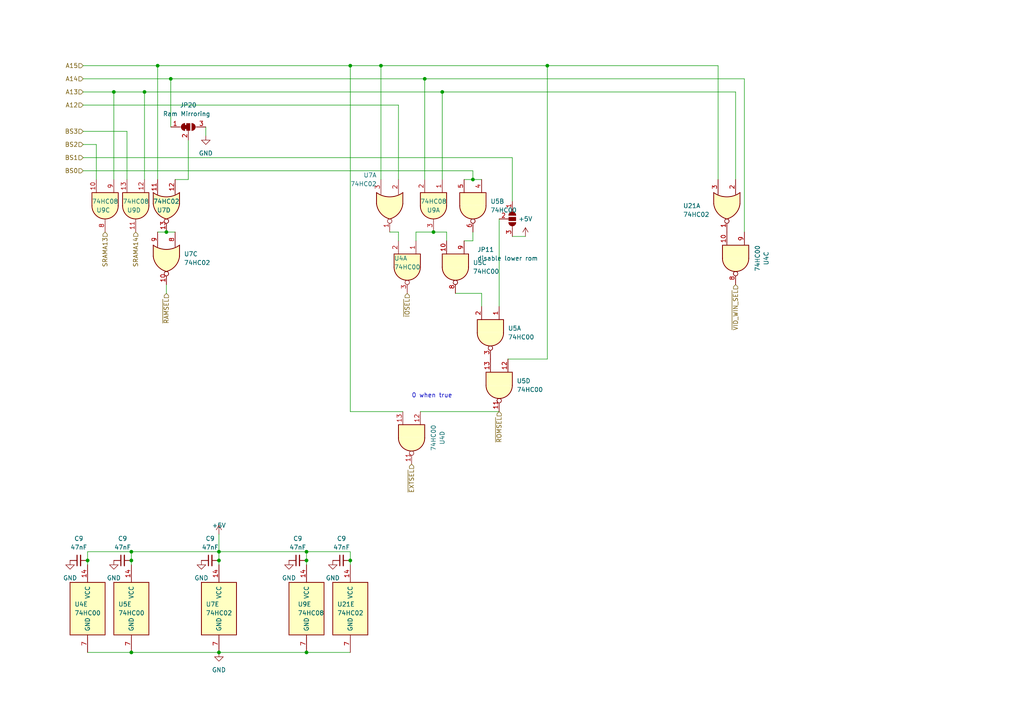
<source format=kicad_sch>
(kicad_sch (version 20230121) (generator eeschema)
  (paper "A4")
  (lib_symbols
    (symbol "74xx:74HC00" (pin_names (offset 1.016))
      (property "Reference" "U" (at 0 1.27 0))
      (property "Value" "74HC00" (at 0 -1.27 0))
      (symbol "74HC00_1_1"
        (arc (start 0 -3.81) (mid 3.7934 0) (end 0 3.81) (stroke (width 0.254)) (fill (type background)))
        (polyline (pts (xy 0 3.81) (xy -3.81 3.81) (xy -3.81 -3.81) (xy 0 -3.81)) (stroke (width 0.254)) (fill (type background)))
        (pin input line (at -7.62 2.54 0) (length 3.81) (name "~") (number "1"))
        (pin input line (at -7.62 -2.54 0) (length 3.81) (name "~") (number "2"))
        (pin output inverted (at 7.62 0 180) (length 3.81) (name "~") (number "3"))
      )
      (symbol "74HC00_1_2"
        (arc (start -3.81 -3.81) (mid -2.589 0) (end -3.81 3.81) (stroke (width 0.254)))
        (arc (start -0.6096 -3.81) (mid 2.1842 -2.5851) (end 3.81 0) (stroke (width 0.254)) (fill (type background)))
        (polyline (pts (xy -3.81 -3.81) (xy -0.635 -3.81)) (stroke (width 0.254)) (fill (type background)))
        (polyline (pts (xy -3.81 3.81) (xy -0.635 3.81)) (stroke (width 0.254)) (fill (type background)))
        (polyline (pts (xy -0.635 3.81) (xy -3.81 3.81) (xy -3.81 3.81) (xy -3.556 3.4036) (xy -3.0226 2.2606) (xy -2.6924 1.0414) (xy -2.6162 -0.254) (xy -2.7686 -1.4986) (xy -3.175 -2.7178) (xy -3.81 -3.81) (xy -3.81 -3.81) (xy -0.635 -3.81)) (stroke (width -25.4)) (fill (type background)))
        (arc (start 3.81 0) (mid 2.1915 2.5936) (end -0.6096 3.81) (stroke (width 0.254)) (fill (type background)))
        (pin input inverted (at -7.62 2.54 0) (length 4.318) (name "~") (number "1"))
        (pin input inverted (at -7.62 -2.54 0) (length 4.318) (name "~") (number "2"))
        (pin output line (at 7.62 0 180) (length 3.81) (name "~") (number "3"))
      )
      (symbol "74HC00_2_1"
        (arc (start 0 -3.81) (mid 3.7934 0) (end 0 3.81) (stroke (width 0.254)) (fill (type background)))
        (polyline (pts (xy 0 3.81) (xy -3.81 3.81) (xy -3.81 -3.81) (xy 0 -3.81)) (stroke (width 0.254)) (fill (type background)))
        (pin input line (at -7.62 2.54 0) (length 3.81) (name "~") (number "4"))
        (pin input line (at -7.62 -2.54 0) (length 3.81) (name "~") (number "5"))
        (pin output inverted (at 7.62 0 180) (length 3.81) (name "~") (number "6"))
      )
      (symbol "74HC00_2_2"
        (arc (start -3.81 -3.81) (mid -2.589 0) (end -3.81 3.81) (stroke (width 0.254)))
        (arc (start -0.6096 -3.81) (mid 2.1842 -2.5851) (end 3.81 0) (stroke (width 0.254)) (fill (type background)))
        (polyline (pts (xy -3.81 -3.81) (xy -0.635 -3.81)) (stroke (width 0.254)) (fill (type background)))
        (polyline (pts (xy -3.81 3.81) (xy -0.635 3.81)) (stroke (width 0.254)) (fill (type background)))
        (polyline (pts (xy -0.635 3.81) (xy -3.81 3.81) (xy -3.81 3.81) (xy -3.556 3.4036) (xy -3.0226 2.2606) (xy -2.6924 1.0414) (xy -2.6162 -0.254) (xy -2.7686 -1.4986) (xy -3.175 -2.7178) (xy -3.81 -3.81) (xy -3.81 -3.81) (xy -0.635 -3.81)) (stroke (width -25.4)) (fill (type background)))
        (arc (start 3.81 0) (mid 2.1915 2.5936) (end -0.6096 3.81) (stroke (width 0.254)) (fill (type background)))
        (pin input inverted (at -7.62 2.54 0) (length 4.318) (name "~") (number "4"))
        (pin input inverted (at -7.62 -2.54 0) (length 4.318) (name "~") (number "5"))
        (pin output line (at 7.62 0 180) (length 3.81) (name "~") (number "6"))
      )
      (symbol "74HC00_3_1"
        (arc (start 0 -3.81) (mid 3.7934 0) (end 0 3.81) (stroke (width 0.254)) (fill (type background)))
        (polyline (pts (xy 0 3.81) (xy -3.81 3.81) (xy -3.81 -3.81) (xy 0 -3.81)) (stroke (width 0.254)) (fill (type background)))
        (pin input line (at -7.62 -2.54 0) (length 3.81) (name "~") (number "10"))
        (pin output inverted (at 7.62 0 180) (length 3.81) (name "~") (number "8"))
        (pin input line (at -7.62 2.54 0) (length 3.81) (name "~") (number "9"))
      )
      (symbol "74HC00_3_2"
        (arc (start -3.81 -3.81) (mid -2.589 0) (end -3.81 3.81) (stroke (width 0.254)))
        (arc (start -0.6096 -3.81) (mid 2.1842 -2.5851) (end 3.81 0) (stroke (width 0.254)) (fill (type background)))
        (polyline (pts (xy -3.81 -3.81) (xy -0.635 -3.81)) (stroke (width 0.254)) (fill (type background)))
        (polyline (pts (xy -3.81 3.81) (xy -0.635 3.81)) (stroke (width 0.254)) (fill (type background)))
        (polyline (pts (xy -0.635 3.81) (xy -3.81 3.81) (xy -3.81 3.81) (xy -3.556 3.4036) (xy -3.0226 2.2606) (xy -2.6924 1.0414) (xy -2.6162 -0.254) (xy -2.7686 -1.4986) (xy -3.175 -2.7178) (xy -3.81 -3.81) (xy -3.81 -3.81) (xy -0.635 -3.81)) (stroke (width -25.4)) (fill (type background)))
        (arc (start 3.81 0) (mid 2.1915 2.5936) (end -0.6096 3.81) (stroke (width 0.254)) (fill (type background)))
        (pin input inverted (at -7.62 -2.54 0) (length 4.318) (name "~") (number "10"))
        (pin output line (at 7.62 0 180) (length 3.81) (name "~") (number "8"))
        (pin input inverted (at -7.62 2.54 0) (length 4.318) (name "~") (number "9"))
      )
      (symbol "74HC00_4_1"
        (arc (start 0 -3.81) (mid 3.7934 0) (end 0 3.81) (stroke (width 0.254)) (fill (type background)))
        (polyline (pts (xy 0 3.81) (xy -3.81 3.81) (xy -3.81 -3.81) (xy 0 -3.81)) (stroke (width 0.254)) (fill (type background)))
        (pin output inverted (at 7.62 0 180) (length 3.81) (name "~") (number "11"))
        (pin input line (at -7.62 2.54 0) (length 3.81) (name "~") (number "12"))
        (pin input line (at -7.62 -2.54 0) (length 3.81) (name "~") (number "13"))
      )
      (symbol "74HC00_4_2"
        (arc (start -3.81 -3.81) (mid -2.589 0) (end -3.81 3.81) (stroke (width 0.254)))
        (arc (start -0.6096 -3.81) (mid 2.1842 -2.5851) (end 3.81 0) (stroke (width 0.254)) (fill (type background)))
        (polyline (pts (xy -3.81 -3.81) (xy -0.635 -3.81)) (stroke (width 0.254)) (fill (type background)))
        (polyline (pts (xy -3.81 3.81) (xy -0.635 3.81)) (stroke (width 0.254)) (fill (type background)))
        (polyline (pts (xy -0.635 3.81) (xy -3.81 3.81) (xy -3.81 3.81) (xy -3.556 3.4036) (xy -3.0226 2.2606) (xy -2.6924 1.0414) (xy -2.6162 -0.254) (xy -2.7686 -1.4986) (xy -3.175 -2.7178) (xy -3.81 -3.81) (xy -3.81 -3.81) (xy -0.635 -3.81)) (stroke (width -25.4)) (fill (type background)))
        (arc (start 3.81 0) (mid 2.1915 2.5936) (end -0.6096 3.81) (stroke (width 0.254)) (fill (type background)))
        (pin output line (at 7.62 0 180) (length 3.81) (name "~") (number "11"))
        (pin input inverted (at -7.62 2.54 0) (length 4.318) (name "~") (number "12"))
        (pin input inverted (at -7.62 -2.54 0) (length 4.318) (name "~") (number "13"))
      )
      (symbol "74HC00_5_0"
        (pin power_in line (at 0 12.7 270) (length 5.08) (name "VCC") (number "14"))
        (pin power_in line (at 0 -12.7 90) (length 5.08) (name "GND") (number "7"))
      )
      (symbol "74HC00_5_1"
        (rectangle (start -5.08 7.62) (end 5.08 -7.62) (stroke (width 0.254)) (fill (type background)))
      )
    )
    (symbol "74xx:74HCT00" (pin_names (offset 1.016))
      (property "Reference" "U" (at 0 1.27 0))
      (property "Value" "74HCT00" (at 0 -1.27 0))
      (symbol "74HCT00_1_1"
        (arc (start 0 -3.81) (mid 3.7934 0) (end 0 3.81) (stroke (width 0.254)) (fill (type background)))
        (polyline (pts (xy 0 3.81) (xy -3.81 3.81) (xy -3.81 -3.81) (xy 0 -3.81)) (stroke (width 0.254)) (fill (type background)))
        (pin input line (at -7.62 2.54 0) (length 3.81) (name "~") (number "1"))
        (pin input line (at -7.62 -2.54 0) (length 3.81) (name "~") (number "2"))
        (pin output inverted (at 7.62 0 180) (length 3.81) (name "~") (number "3"))
      )
      (symbol "74HCT00_1_2"
        (arc (start -3.81 -3.81) (mid -2.589 0) (end -3.81 3.81) (stroke (width 0.254)))
        (arc (start -0.6096 -3.81) (mid 2.1842 -2.5851) (end 3.81 0) (stroke (width 0.254)) (fill (type background)))
        (polyline (pts (xy -3.81 -3.81) (xy -0.635 -3.81)) (stroke (width 0.254)) (fill (type background)))
        (polyline (pts (xy -3.81 3.81) (xy -0.635 3.81)) (stroke (width 0.254)) (fill (type background)))
        (polyline (pts (xy -0.635 3.81) (xy -3.81 3.81) (xy -3.81 3.81) (xy -3.556 3.4036) (xy -3.0226 2.2606) (xy -2.6924 1.0414) (xy -2.6162 -0.254) (xy -2.7686 -1.4986) (xy -3.175 -2.7178) (xy -3.81 -3.81) (xy -3.81 -3.81) (xy -0.635 -3.81)) (stroke (width -25.4)) (fill (type background)))
        (arc (start 3.81 0) (mid 2.1915 2.5936) (end -0.6096 3.81) (stroke (width 0.254)) (fill (type background)))
        (pin input inverted (at -7.62 2.54 0) (length 4.318) (name "~") (number "1"))
        (pin input inverted (at -7.62 -2.54 0) (length 4.318) (name "~") (number "2"))
        (pin output line (at 7.62 0 180) (length 3.81) (name "~") (number "3"))
      )
      (symbol "74HCT00_2_1"
        (arc (start 0 -3.81) (mid 3.7934 0) (end 0 3.81) (stroke (width 0.254)) (fill (type background)))
        (polyline (pts (xy 0 3.81) (xy -3.81 3.81) (xy -3.81 -3.81) (xy 0 -3.81)) (stroke (width 0.254)) (fill (type background)))
        (pin input line (at -7.62 2.54 0) (length 3.81) (name "~") (number "4"))
        (pin input line (at -7.62 -2.54 0) (length 3.81) (name "~") (number "5"))
        (pin output inverted (at 7.62 0 180) (length 3.81) (name "~") (number "6"))
      )
      (symbol "74HCT00_2_2"
        (arc (start -3.81 -3.81) (mid -2.589 0) (end -3.81 3.81) (stroke (width 0.254)))
        (arc (start -0.6096 -3.81) (mid 2.1842 -2.5851) (end 3.81 0) (stroke (width 0.254)) (fill (type background)))
        (polyline (pts (xy -3.81 -3.81) (xy -0.635 -3.81)) (stroke (width 0.254)) (fill (type background)))
        (polyline (pts (xy -3.81 3.81) (xy -0.635 3.81)) (stroke (width 0.254)) (fill (type background)))
        (polyline (pts (xy -0.635 3.81) (xy -3.81 3.81) (xy -3.81 3.81) (xy -3.556 3.4036) (xy -3.0226 2.2606) (xy -2.6924 1.0414) (xy -2.6162 -0.254) (xy -2.7686 -1.4986) (xy -3.175 -2.7178) (xy -3.81 -3.81) (xy -3.81 -3.81) (xy -0.635 -3.81)) (stroke (width -25.4)) (fill (type background)))
        (arc (start 3.81 0) (mid 2.1915 2.5936) (end -0.6096 3.81) (stroke (width 0.254)) (fill (type background)))
        (pin input inverted (at -7.62 2.54 0) (length 4.318) (name "~") (number "4"))
        (pin input inverted (at -7.62 -2.54 0) (length 4.318) (name "~") (number "5"))
        (pin output line (at 7.62 0 180) (length 3.81) (name "~") (number "6"))
      )
      (symbol "74HCT00_3_1"
        (arc (start 0 -3.81) (mid 3.7934 0) (end 0 3.81) (stroke (width 0.254)) (fill (type background)))
        (polyline (pts (xy 0 3.81) (xy -3.81 3.81) (xy -3.81 -3.81) (xy 0 -3.81)) (stroke (width 0.254)) (fill (type background)))
        (pin input line (at -7.62 -2.54 0) (length 3.81) (name "~") (number "10"))
        (pin output inverted (at 7.62 0 180) (length 3.81) (name "~") (number "8"))
        (pin input line (at -7.62 2.54 0) (length 3.81) (name "~") (number "9"))
      )
      (symbol "74HCT00_3_2"
        (arc (start -3.81 -3.81) (mid -2.589 0) (end -3.81 3.81) (stroke (width 0.254)))
        (arc (start -0.6096 -3.81) (mid 2.1842 -2.5851) (end 3.81 0) (stroke (width 0.254)) (fill (type background)))
        (polyline (pts (xy -3.81 -3.81) (xy -0.635 -3.81)) (stroke (width 0.254)) (fill (type background)))
        (polyline (pts (xy -3.81 3.81) (xy -0.635 3.81)) (stroke (width 0.254)) (fill (type background)))
        (polyline (pts (xy -0.635 3.81) (xy -3.81 3.81) (xy -3.81 3.81) (xy -3.556 3.4036) (xy -3.0226 2.2606) (xy -2.6924 1.0414) (xy -2.6162 -0.254) (xy -2.7686 -1.4986) (xy -3.175 -2.7178) (xy -3.81 -3.81) (xy -3.81 -3.81) (xy -0.635 -3.81)) (stroke (width -25.4)) (fill (type background)))
        (arc (start 3.81 0) (mid 2.1915 2.5936) (end -0.6096 3.81) (stroke (width 0.254)) (fill (type background)))
        (pin input inverted (at -7.62 -2.54 0) (length 4.318) (name "~") (number "10"))
        (pin output line (at 7.62 0 180) (length 3.81) (name "~") (number "8"))
        (pin input inverted (at -7.62 2.54 0) (length 4.318) (name "~") (number "9"))
      )
      (symbol "74HCT00_4_1"
        (arc (start 0 -3.81) (mid 3.7934 0) (end 0 3.81) (stroke (width 0.254)) (fill (type background)))
        (polyline (pts (xy 0 3.81) (xy -3.81 3.81) (xy -3.81 -3.81) (xy 0 -3.81)) (stroke (width 0.254)) (fill (type background)))
        (pin output inverted (at 7.62 0 180) (length 3.81) (name "~") (number "11"))
        (pin input line (at -7.62 2.54 0) (length 3.81) (name "~") (number "12"))
        (pin input line (at -7.62 -2.54 0) (length 3.81) (name "~") (number "13"))
      )
      (symbol "74HCT00_4_2"
        (arc (start -3.81 -3.81) (mid -2.589 0) (end -3.81 3.81) (stroke (width 0.254)))
        (arc (start -0.6096 -3.81) (mid 2.1842 -2.5851) (end 3.81 0) (stroke (width 0.254)) (fill (type background)))
        (polyline (pts (xy -3.81 -3.81) (xy -0.635 -3.81)) (stroke (width 0.254)) (fill (type background)))
        (polyline (pts (xy -3.81 3.81) (xy -0.635 3.81)) (stroke (width 0.254)) (fill (type background)))
        (polyline (pts (xy -0.635 3.81) (xy -3.81 3.81) (xy -3.81 3.81) (xy -3.556 3.4036) (xy -3.0226 2.2606) (xy -2.6924 1.0414) (xy -2.6162 -0.254) (xy -2.7686 -1.4986) (xy -3.175 -2.7178) (xy -3.81 -3.81) (xy -3.81 -3.81) (xy -0.635 -3.81)) (stroke (width -25.4)) (fill (type background)))
        (arc (start 3.81 0) (mid 2.1915 2.5936) (end -0.6096 3.81) (stroke (width 0.254)) (fill (type background)))
        (pin output line (at 7.62 0 180) (length 3.81) (name "~") (number "11"))
        (pin input inverted (at -7.62 2.54 0) (length 4.318) (name "~") (number "12"))
        (pin input inverted (at -7.62 -2.54 0) (length 4.318) (name "~") (number "13"))
      )
      (symbol "74HCT00_5_0"
        (pin power_in line (at 0 12.7 270) (length 5.08) (name "VCC") (number "14"))
        (pin power_in line (at 0 -12.7 90) (length 5.08) (name "GND") (number "7"))
      )
      (symbol "74HCT00_5_1"
        (rectangle (start -5.08 7.62) (end 5.08 -7.62) (stroke (width 0.254)) (fill (type background)))
      )
    )
    (symbol "74xx:74HCT02" (pin_names (offset 1.016))
      (property "Reference" "U" (at 0 1.27 0))
      (property "Value" "74HCT02" (at 0 -1.27 0))
      (symbol "74HCT02_1_1"
        (arc (start -3.81 -3.81) (mid -2.589 0) (end -3.81 3.81) (stroke (width 0.254)))
        (arc (start -0.6096 -3.81) (mid 2.1842 -2.5851) (end 3.81 0) (stroke (width 0.254)) (fill (type background)))
        (polyline (pts (xy -3.81 -3.81) (xy -0.635 -3.81)) (stroke (width 0.254)) (fill (type background)))
        (polyline (pts (xy -3.81 3.81) (xy -0.635 3.81)) (stroke (width 0.254)) (fill (type background)))
        (polyline (pts (xy -0.635 3.81) (xy -3.81 3.81) (xy -3.81 3.81) (xy -3.556 3.4036) (xy -3.0226 2.2606) (xy -2.6924 1.0414) (xy -2.6162 -0.254) (xy -2.7686 -1.4986) (xy -3.175 -2.7178) (xy -3.81 -3.81) (xy -3.81 -3.81) (xy -0.635 -3.81)) (stroke (width -25.4)) (fill (type background)))
        (arc (start 3.81 0) (mid 2.1915 2.5936) (end -0.6096 3.81) (stroke (width 0.254)) (fill (type background)))
        (pin output inverted (at 7.62 0 180) (length 3.81) (name "~") (number "1"))
        (pin input line (at -7.62 2.54 0) (length 4.318) (name "~") (number "2"))
        (pin input line (at -7.62 -2.54 0) (length 4.318) (name "~") (number "3"))
      )
      (symbol "74HCT02_1_2"
        (arc (start 0 -3.81) (mid 3.7934 0) (end 0 3.81) (stroke (width 0.254)) (fill (type background)))
        (polyline (pts (xy 0 3.81) (xy -3.81 3.81) (xy -3.81 -3.81) (xy 0 -3.81)) (stroke (width 0.254)) (fill (type background)))
        (pin output line (at 7.62 0 180) (length 3.81) (name "~") (number "1"))
        (pin input inverted (at -7.62 2.54 0) (length 3.81) (name "~") (number "2"))
        (pin input inverted (at -7.62 -2.54 0) (length 3.81) (name "~") (number "3"))
      )
      (symbol "74HCT02_2_1"
        (arc (start -3.81 -3.81) (mid -2.589 0) (end -3.81 3.81) (stroke (width 0.254)))
        (arc (start -0.6096 -3.81) (mid 2.1842 -2.5851) (end 3.81 0) (stroke (width 0.254)) (fill (type background)))
        (polyline (pts (xy -3.81 -3.81) (xy -0.635 -3.81)) (stroke (width 0.254)) (fill (type background)))
        (polyline (pts (xy -3.81 3.81) (xy -0.635 3.81)) (stroke (width 0.254)) (fill (type background)))
        (polyline (pts (xy -0.635 3.81) (xy -3.81 3.81) (xy -3.81 3.81) (xy -3.556 3.4036) (xy -3.0226 2.2606) (xy -2.6924 1.0414) (xy -2.6162 -0.254) (xy -2.7686 -1.4986) (xy -3.175 -2.7178) (xy -3.81 -3.81) (xy -3.81 -3.81) (xy -0.635 -3.81)) (stroke (width -25.4)) (fill (type background)))
        (arc (start 3.81 0) (mid 2.1915 2.5936) (end -0.6096 3.81) (stroke (width 0.254)) (fill (type background)))
        (pin output inverted (at 7.62 0 180) (length 3.81) (name "~") (number "4"))
        (pin input line (at -7.62 2.54 0) (length 4.318) (name "~") (number "5"))
        (pin input line (at -7.62 -2.54 0) (length 4.318) (name "~") (number "6"))
      )
      (symbol "74HCT02_2_2"
        (arc (start 0 -3.81) (mid 3.7934 0) (end 0 3.81) (stroke (width 0.254)) (fill (type background)))
        (polyline (pts (xy 0 3.81) (xy -3.81 3.81) (xy -3.81 -3.81) (xy 0 -3.81)) (stroke (width 0.254)) (fill (type background)))
        (pin output line (at 7.62 0 180) (length 3.81) (name "~") (number "4"))
        (pin input inverted (at -7.62 2.54 0) (length 3.81) (name "~") (number "5"))
        (pin input inverted (at -7.62 -2.54 0) (length 3.81) (name "~") (number "6"))
      )
      (symbol "74HCT02_3_1"
        (arc (start -3.81 -3.81) (mid -2.589 0) (end -3.81 3.81) (stroke (width 0.254)))
        (arc (start -0.6096 -3.81) (mid 2.1842 -2.5851) (end 3.81 0) (stroke (width 0.254)) (fill (type background)))
        (polyline (pts (xy -3.81 -3.81) (xy -0.635 -3.81)) (stroke (width 0.254)) (fill (type background)))
        (polyline (pts (xy -3.81 3.81) (xy -0.635 3.81)) (stroke (width 0.254)) (fill (type background)))
        (polyline (pts (xy -0.635 3.81) (xy -3.81 3.81) (xy -3.81 3.81) (xy -3.556 3.4036) (xy -3.0226 2.2606) (xy -2.6924 1.0414) (xy -2.6162 -0.254) (xy -2.7686 -1.4986) (xy -3.175 -2.7178) (xy -3.81 -3.81) (xy -3.81 -3.81) (xy -0.635 -3.81)) (stroke (width -25.4)) (fill (type background)))
        (arc (start 3.81 0) (mid 2.1915 2.5936) (end -0.6096 3.81) (stroke (width 0.254)) (fill (type background)))
        (pin output inverted (at 7.62 0 180) (length 3.81) (name "~") (number "10"))
        (pin input line (at -7.62 2.54 0) (length 4.318) (name "~") (number "8"))
        (pin input line (at -7.62 -2.54 0) (length 4.318) (name "~") (number "9"))
      )
      (symbol "74HCT02_3_2"
        (arc (start 0 -3.81) (mid 3.7934 0) (end 0 3.81) (stroke (width 0.254)) (fill (type background)))
        (polyline (pts (xy 0 3.81) (xy -3.81 3.81) (xy -3.81 -3.81) (xy 0 -3.81)) (stroke (width 0.254)) (fill (type background)))
        (pin output line (at 7.62 0 180) (length 3.81) (name "~") (number "10"))
        (pin input inverted (at -7.62 2.54 0) (length 3.81) (name "~") (number "8"))
        (pin input inverted (at -7.62 -2.54 0) (length 3.81) (name "~") (number "9"))
      )
      (symbol "74HCT02_4_1"
        (arc (start -3.81 -3.81) (mid -2.589 0) (end -3.81 3.81) (stroke (width 0.254)))
        (arc (start -0.6096 -3.81) (mid 2.1842 -2.5851) (end 3.81 0) (stroke (width 0.254)) (fill (type background)))
        (polyline (pts (xy -3.81 -3.81) (xy -0.635 -3.81)) (stroke (width 0.254)) (fill (type background)))
        (polyline (pts (xy -3.81 3.81) (xy -0.635 3.81)) (stroke (width 0.254)) (fill (type background)))
        (polyline (pts (xy -0.635 3.81) (xy -3.81 3.81) (xy -3.81 3.81) (xy -3.556 3.4036) (xy -3.0226 2.2606) (xy -2.6924 1.0414) (xy -2.6162 -0.254) (xy -2.7686 -1.4986) (xy -3.175 -2.7178) (xy -3.81 -3.81) (xy -3.81 -3.81) (xy -0.635 -3.81)) (stroke (width -25.4)) (fill (type background)))
        (arc (start 3.81 0) (mid 2.1915 2.5936) (end -0.6096 3.81) (stroke (width 0.254)) (fill (type background)))
        (pin input line (at -7.62 2.54 0) (length 4.318) (name "~") (number "11"))
        (pin input line (at -7.62 -2.54 0) (length 4.318) (name "~") (number "12"))
        (pin output inverted (at 7.62 0 180) (length 3.81) (name "~") (number "13"))
      )
      (symbol "74HCT02_4_2"
        (arc (start 0 -3.81) (mid 3.7934 0) (end 0 3.81) (stroke (width 0.254)) (fill (type background)))
        (polyline (pts (xy 0 3.81) (xy -3.81 3.81) (xy -3.81 -3.81) (xy 0 -3.81)) (stroke (width 0.254)) (fill (type background)))
        (pin input inverted (at -7.62 2.54 0) (length 3.81) (name "~") (number "11"))
        (pin input inverted (at -7.62 -2.54 0) (length 3.81) (name "~") (number "12"))
        (pin output line (at 7.62 0 180) (length 3.81) (name "~") (number "13"))
      )
      (symbol "74HCT02_5_0"
        (pin power_in line (at 0 12.7 270) (length 5.08) (name "VCC") (number "14"))
        (pin power_in line (at 0 -12.7 90) (length 5.08) (name "GND") (number "7"))
      )
      (symbol "74HCT02_5_1"
        (rectangle (start -5.08 7.62) (end 5.08 -7.62) (stroke (width 0.254)) (fill (type background)))
      )
    )
    (symbol "74xx:74LS08" (pin_names (offset 1.016))
      (property "Reference" "U" (at 0 1.27 0))
      (property "Value" "74LS08" (at 0 -1.27 0))
      (symbol "74LS08_1_1"
        (arc (start 0 -3.81) (mid 3.7934 0) (end 0 3.81) (stroke (width 0.254)) (fill (type background)))
        (polyline (pts (xy 0 3.81) (xy -3.81 3.81) (xy -3.81 -3.81) (xy 0 -3.81)) (stroke (width 0.254)) (fill (type background)))
        (pin input line (at -7.62 2.54 0) (length 3.81) (name "~") (number "1"))
        (pin input line (at -7.62 -2.54 0) (length 3.81) (name "~") (number "2"))
        (pin output line (at 7.62 0 180) (length 3.81) (name "~") (number "3"))
      )
      (symbol "74LS08_1_2"
        (arc (start -3.81 -3.81) (mid -2.589 0) (end -3.81 3.81) (stroke (width 0.254)))
        (arc (start -0.6096 -3.81) (mid 2.1842 -2.5851) (end 3.81 0) (stroke (width 0.254)) (fill (type background)))
        (polyline (pts (xy -3.81 -3.81) (xy -0.635 -3.81)) (stroke (width 0.254)) (fill (type background)))
        (polyline (pts (xy -3.81 3.81) (xy -0.635 3.81)) (stroke (width 0.254)) (fill (type background)))
        (polyline (pts (xy -0.635 3.81) (xy -3.81 3.81) (xy -3.81 3.81) (xy -3.556 3.4036) (xy -3.0226 2.2606) (xy -2.6924 1.0414) (xy -2.6162 -0.254) (xy -2.7686 -1.4986) (xy -3.175 -2.7178) (xy -3.81 -3.81) (xy -3.81 -3.81) (xy -0.635 -3.81)) (stroke (width -25.4)) (fill (type background)))
        (arc (start 3.81 0) (mid 2.1915 2.5936) (end -0.6096 3.81) (stroke (width 0.254)) (fill (type background)))
        (pin input inverted (at -7.62 2.54 0) (length 4.318) (name "~") (number "1"))
        (pin input inverted (at -7.62 -2.54 0) (length 4.318) (name "~") (number "2"))
        (pin output inverted (at 7.62 0 180) (length 3.81) (name "~") (number "3"))
      )
      (symbol "74LS08_2_1"
        (arc (start 0 -3.81) (mid 3.7934 0) (end 0 3.81) (stroke (width 0.254)) (fill (type background)))
        (polyline (pts (xy 0 3.81) (xy -3.81 3.81) (xy -3.81 -3.81) (xy 0 -3.81)) (stroke (width 0.254)) (fill (type background)))
        (pin input line (at -7.62 2.54 0) (length 3.81) (name "~") (number "4"))
        (pin input line (at -7.62 -2.54 0) (length 3.81) (name "~") (number "5"))
        (pin output line (at 7.62 0 180) (length 3.81) (name "~") (number "6"))
      )
      (symbol "74LS08_2_2"
        (arc (start -3.81 -3.81) (mid -2.589 0) (end -3.81 3.81) (stroke (width 0.254)))
        (arc (start -0.6096 -3.81) (mid 2.1842 -2.5851) (end 3.81 0) (stroke (width 0.254)) (fill (type background)))
        (polyline (pts (xy -3.81 -3.81) (xy -0.635 -3.81)) (stroke (width 0.254)) (fill (type background)))
        (polyline (pts (xy -3.81 3.81) (xy -0.635 3.81)) (stroke (width 0.254)) (fill (type background)))
        (polyline (pts (xy -0.635 3.81) (xy -3.81 3.81) (xy -3.81 3.81) (xy -3.556 3.4036) (xy -3.0226 2.2606) (xy -2.6924 1.0414) (xy -2.6162 -0.254) (xy -2.7686 -1.4986) (xy -3.175 -2.7178) (xy -3.81 -3.81) (xy -3.81 -3.81) (xy -0.635 -3.81)) (stroke (width -25.4)) (fill (type background)))
        (arc (start 3.81 0) (mid 2.1915 2.5936) (end -0.6096 3.81) (stroke (width 0.254)) (fill (type background)))
        (pin input inverted (at -7.62 2.54 0) (length 4.318) (name "~") (number "4"))
        (pin input inverted (at -7.62 -2.54 0) (length 4.318) (name "~") (number "5"))
        (pin output inverted (at 7.62 0 180) (length 3.81) (name "~") (number "6"))
      )
      (symbol "74LS08_3_1"
        (arc (start 0 -3.81) (mid 3.7934 0) (end 0 3.81) (stroke (width 0.254)) (fill (type background)))
        (polyline (pts (xy 0 3.81) (xy -3.81 3.81) (xy -3.81 -3.81) (xy 0 -3.81)) (stroke (width 0.254)) (fill (type background)))
        (pin input line (at -7.62 -2.54 0) (length 3.81) (name "~") (number "10"))
        (pin output line (at 7.62 0 180) (length 3.81) (name "~") (number "8"))
        (pin input line (at -7.62 2.54 0) (length 3.81) (name "~") (number "9"))
      )
      (symbol "74LS08_3_2"
        (arc (start -3.81 -3.81) (mid -2.589 0) (end -3.81 3.81) (stroke (width 0.254)))
        (arc (start -0.6096 -3.81) (mid 2.1842 -2.5851) (end 3.81 0) (stroke (width 0.254)) (fill (type background)))
        (polyline (pts (xy -3.81 -3.81) (xy -0.635 -3.81)) (stroke (width 0.254)) (fill (type background)))
        (polyline (pts (xy -3.81 3.81) (xy -0.635 3.81)) (stroke (width 0.254)) (fill (type background)))
        (polyline (pts (xy -0.635 3.81) (xy -3.81 3.81) (xy -3.81 3.81) (xy -3.556 3.4036) (xy -3.0226 2.2606) (xy -2.6924 1.0414) (xy -2.6162 -0.254) (xy -2.7686 -1.4986) (xy -3.175 -2.7178) (xy -3.81 -3.81) (xy -3.81 -3.81) (xy -0.635 -3.81)) (stroke (width -25.4)) (fill (type background)))
        (arc (start 3.81 0) (mid 2.1915 2.5936) (end -0.6096 3.81) (stroke (width 0.254)) (fill (type background)))
        (pin input inverted (at -7.62 -2.54 0) (length 4.318) (name "~") (number "10"))
        (pin output inverted (at 7.62 0 180) (length 3.81) (name "~") (number "8"))
        (pin input inverted (at -7.62 2.54 0) (length 4.318) (name "~") (number "9"))
      )
      (symbol "74LS08_4_1"
        (arc (start 0 -3.81) (mid 3.7934 0) (end 0 3.81) (stroke (width 0.254)) (fill (type background)))
        (polyline (pts (xy 0 3.81) (xy -3.81 3.81) (xy -3.81 -3.81) (xy 0 -3.81)) (stroke (width 0.254)) (fill (type background)))
        (pin output line (at 7.62 0 180) (length 3.81) (name "~") (number "11"))
        (pin input line (at -7.62 2.54 0) (length 3.81) (name "~") (number "12"))
        (pin input line (at -7.62 -2.54 0) (length 3.81) (name "~") (number "13"))
      )
      (symbol "74LS08_4_2"
        (arc (start -3.81 -3.81) (mid -2.589 0) (end -3.81 3.81) (stroke (width 0.254)))
        (arc (start -0.6096 -3.81) (mid 2.1842 -2.5851) (end 3.81 0) (stroke (width 0.254)) (fill (type background)))
        (polyline (pts (xy -3.81 -3.81) (xy -0.635 -3.81)) (stroke (width 0.254)) (fill (type background)))
        (polyline (pts (xy -3.81 3.81) (xy -0.635 3.81)) (stroke (width 0.254)) (fill (type background)))
        (polyline (pts (xy -0.635 3.81) (xy -3.81 3.81) (xy -3.81 3.81) (xy -3.556 3.4036) (xy -3.0226 2.2606) (xy -2.6924 1.0414) (xy -2.6162 -0.254) (xy -2.7686 -1.4986) (xy -3.175 -2.7178) (xy -3.81 -3.81) (xy -3.81 -3.81) (xy -0.635 -3.81)) (stroke (width -25.4)) (fill (type background)))
        (arc (start 3.81 0) (mid 2.1915 2.5936) (end -0.6096 3.81) (stroke (width 0.254)) (fill (type background)))
        (pin output inverted (at 7.62 0 180) (length 3.81) (name "~") (number "11"))
        (pin input inverted (at -7.62 2.54 0) (length 4.318) (name "~") (number "12"))
        (pin input inverted (at -7.62 -2.54 0) (length 4.318) (name "~") (number "13"))
      )
      (symbol "74LS08_5_0"
        (pin power_in line (at 0 12.7 270) (length 5.08) (name "VCC") (number "14"))
        (pin power_in line (at 0 -12.7 90) (length 5.08) (name "GND") (number "7"))
      )
      (symbol "74LS08_5_1"
        (rectangle (start -5.08 7.62) (end 5.08 -7.62) (stroke (width 0.254)) (fill (type background)))
      )
    )
    (symbol "74xx:74LS32" (pin_names (offset 1.016))
      (property "Reference" "U" (at 0 1.27 0))
      (property "Value" "74LS32" (at 0 -1.27 0))
      (symbol "74LS32_1_1"
        (arc (start -3.81 -3.81) (mid -2.589 0) (end -3.81 3.81) (stroke (width 0.254)))
        (arc (start -0.6096 -3.81) (mid 2.1842 -2.5851) (end 3.81 0) (stroke (width 0.254)) (fill (type background)))
        (polyline (pts (xy -3.81 -3.81) (xy -0.635 -3.81)) (stroke (width 0.254)) (fill (type background)))
        (polyline (pts (xy -3.81 3.81) (xy -0.635 3.81)) (stroke (width 0.254)) (fill (type background)))
        (polyline (pts (xy -0.635 3.81) (xy -3.81 3.81) (xy -3.81 3.81) (xy -3.556 3.4036) (xy -3.0226 2.2606) (xy -2.6924 1.0414) (xy -2.6162 -0.254) (xy -2.7686 -1.4986) (xy -3.175 -2.7178) (xy -3.81 -3.81) (xy -3.81 -3.81) (xy -0.635 -3.81)) (stroke (width -25.4)) (fill (type background)))
        (arc (start 3.81 0) (mid 2.1915 2.5936) (end -0.6096 3.81) (stroke (width 0.254)) (fill (type background)))
        (pin input line (at -7.62 2.54 0) (length 4.318) (name "~") (number "1"))
        (pin input line (at -7.62 -2.54 0) (length 4.318) (name "~") (number "2"))
        (pin output line (at 7.62 0 180) (length 3.81) (name "~") (number "3"))
      )
      (symbol "74LS32_1_2"
        (arc (start 0 -3.81) (mid 3.7934 0) (end 0 3.81) (stroke (width 0.254)) (fill (type background)))
        (polyline (pts (xy 0 3.81) (xy -3.81 3.81) (xy -3.81 -3.81) (xy 0 -3.81)) (stroke (width 0.254)) (fill (type background)))
        (pin input inverted (at -7.62 2.54 0) (length 3.81) (name "~") (number "1"))
        (pin input inverted (at -7.62 -2.54 0) (length 3.81) (name "~") (number "2"))
        (pin output inverted (at 7.62 0 180) (length 3.81) (name "~") (number "3"))
      )
      (symbol "74LS32_2_1"
        (arc (start -3.81 -3.81) (mid -2.589 0) (end -3.81 3.81) (stroke (width 0.254)))
        (arc (start -0.6096 -3.81) (mid 2.1842 -2.5851) (end 3.81 0) (stroke (width 0.254)) (fill (type background)))
        (polyline (pts (xy -3.81 -3.81) (xy -0.635 -3.81)) (stroke (width 0.254)) (fill (type background)))
        (polyline (pts (xy -3.81 3.81) (xy -0.635 3.81)) (stroke (width 0.254)) (fill (type background)))
        (polyline (pts (xy -0.635 3.81) (xy -3.81 3.81) (xy -3.81 3.81) (xy -3.556 3.4036) (xy -3.0226 2.2606) (xy -2.6924 1.0414) (xy -2.6162 -0.254) (xy -2.7686 -1.4986) (xy -3.175 -2.7178) (xy -3.81 -3.81) (xy -3.81 -3.81) (xy -0.635 -3.81)) (stroke (width -25.4)) (fill (type background)))
        (arc (start 3.81 0) (mid 2.1915 2.5936) (end -0.6096 3.81) (stroke (width 0.254)) (fill (type background)))
        (pin input line (at -7.62 2.54 0) (length 4.318) (name "~") (number "4"))
        (pin input line (at -7.62 -2.54 0) (length 4.318) (name "~") (number "5"))
        (pin output line (at 7.62 0 180) (length 3.81) (name "~") (number "6"))
      )
      (symbol "74LS32_2_2"
        (arc (start 0 -3.81) (mid 3.7934 0) (end 0 3.81) (stroke (width 0.254)) (fill (type background)))
        (polyline (pts (xy 0 3.81) (xy -3.81 3.81) (xy -3.81 -3.81) (xy 0 -3.81)) (stroke (width 0.254)) (fill (type background)))
        (pin input inverted (at -7.62 2.54 0) (length 3.81) (name "~") (number "4"))
        (pin input inverted (at -7.62 -2.54 0) (length 3.81) (name "~") (number "5"))
        (pin output inverted (at 7.62 0 180) (length 3.81) (name "~") (number "6"))
      )
      (symbol "74LS32_3_1"
        (arc (start -3.81 -3.81) (mid -2.589 0) (end -3.81 3.81) (stroke (width 0.254)))
        (arc (start -0.6096 -3.81) (mid 2.1842 -2.5851) (end 3.81 0) (stroke (width 0.254)) (fill (type background)))
        (polyline (pts (xy -3.81 -3.81) (xy -0.635 -3.81)) (stroke (width 0.254)) (fill (type background)))
        (polyline (pts (xy -3.81 3.81) (xy -0.635 3.81)) (stroke (width 0.254)) (fill (type background)))
        (polyline (pts (xy -0.635 3.81) (xy -3.81 3.81) (xy -3.81 3.81) (xy -3.556 3.4036) (xy -3.0226 2.2606) (xy -2.6924 1.0414) (xy -2.6162 -0.254) (xy -2.7686 -1.4986) (xy -3.175 -2.7178) (xy -3.81 -3.81) (xy -3.81 -3.81) (xy -0.635 -3.81)) (stroke (width -25.4)) (fill (type background)))
        (arc (start 3.81 0) (mid 2.1915 2.5936) (end -0.6096 3.81) (stroke (width 0.254)) (fill (type background)))
        (pin input line (at -7.62 -2.54 0) (length 4.318) (name "~") (number "10"))
        (pin output line (at 7.62 0 180) (length 3.81) (name "~") (number "8"))
        (pin input line (at -7.62 2.54 0) (length 4.318) (name "~") (number "9"))
      )
      (symbol "74LS32_3_2"
        (arc (start 0 -3.81) (mid 3.7934 0) (end 0 3.81) (stroke (width 0.254)) (fill (type background)))
        (polyline (pts (xy 0 3.81) (xy -3.81 3.81) (xy -3.81 -3.81) (xy 0 -3.81)) (stroke (width 0.254)) (fill (type background)))
        (pin input inverted (at -7.62 -2.54 0) (length 3.81) (name "~") (number "10"))
        (pin output inverted (at 7.62 0 180) (length 3.81) (name "~") (number "8"))
        (pin input inverted (at -7.62 2.54 0) (length 3.81) (name "~") (number "9"))
      )
      (symbol "74LS32_4_1"
        (arc (start -3.81 -3.81) (mid -2.589 0) (end -3.81 3.81) (stroke (width 0.254)))
        (arc (start -0.6096 -3.81) (mid 2.1842 -2.5851) (end 3.81 0) (stroke (width 0.254)) (fill (type background)))
        (polyline (pts (xy -3.81 -3.81) (xy -0.635 -3.81)) (stroke (width 0.254)) (fill (type background)))
        (polyline (pts (xy -3.81 3.81) (xy -0.635 3.81)) (stroke (width 0.254)) (fill (type background)))
        (polyline (pts (xy -0.635 3.81) (xy -3.81 3.81) (xy -3.81 3.81) (xy -3.556 3.4036) (xy -3.0226 2.2606) (xy -2.6924 1.0414) (xy -2.6162 -0.254) (xy -2.7686 -1.4986) (xy -3.175 -2.7178) (xy -3.81 -3.81) (xy -3.81 -3.81) (xy -0.635 -3.81)) (stroke (width -25.4)) (fill (type background)))
        (arc (start 3.81 0) (mid 2.1915 2.5936) (end -0.6096 3.81) (stroke (width 0.254)) (fill (type background)))
        (pin output line (at 7.62 0 180) (length 3.81) (name "~") (number "11"))
        (pin input line (at -7.62 2.54 0) (length 4.318) (name "~") (number "12"))
        (pin input line (at -7.62 -2.54 0) (length 4.318) (name "~") (number "13"))
      )
      (symbol "74LS32_4_2"
        (arc (start 0 -3.81) (mid 3.7934 0) (end 0 3.81) (stroke (width 0.254)) (fill (type background)))
        (polyline (pts (xy 0 3.81) (xy -3.81 3.81) (xy -3.81 -3.81) (xy 0 -3.81)) (stroke (width 0.254)) (fill (type background)))
        (pin output inverted (at 7.62 0 180) (length 3.81) (name "~") (number "11"))
        (pin input inverted (at -7.62 2.54 0) (length 3.81) (name "~") (number "12"))
        (pin input inverted (at -7.62 -2.54 0) (length 3.81) (name "~") (number "13"))
      )
      (symbol "74LS32_5_0"
        (pin power_in line (at 0 12.7 270) (length 5.08) (name "VCC") (number "14"))
        (pin power_in line (at 0 -12.7 90) (length 5.08) (name "GND") (number "7"))
      )
      (symbol "74LS32_5_1"
        (rectangle (start -5.08 7.62) (end 5.08 -7.62) (stroke (width 0.254)) (fill (type background)))
      )
    )
    (symbol "Device:C_Small" (pin_numbers hide) (pin_names (offset 0.254) hide)
      (property "Reference" "C" (at 0.254 1.778 0))
      (property "Value" "C_Small" (at 0.254 -2.032 0))
      (symbol "C_Small_0_1"
        (polyline (pts (xy -1.524 -0.508) (xy 1.524 -0.508)) (stroke (width 0.3302)))
        (polyline (pts (xy -1.524 0.508) (xy 1.524 0.508)) (stroke (width 0.3048)))
      )
      (symbol "C_Small_1_1"
        (pin passive line (at 0 2.54 270) (length 2.032) (name "~") (number "1"))
        (pin passive line (at 0 -2.54 90) (length 2.032) (name "~") (number "2"))
      )
    )
    (symbol "Jumper:SolderJumper_3_Bridged12" (pin_names (offset 0) hide)
      (property "Reference" "JP" (at -2.54 -2.54 0))
      (property "Value" "SolderJumper_3_Bridged12" (at 0 2.794 0))
      (symbol "SolderJumper_3_Bridged12_0_1"
        (rectangle (start -1.016 0.508) (end -0.508 -0.508) (fill (type outline)))
        (arc (start -1.016 1.016) (mid -2.0276 0) (end -1.016 -1.016))
        (arc (start -1.016 1.016) (mid -2.0276 0) (end -1.016 -1.016) (fill (type outline)))
        (rectangle (start -0.508 1.016) (end 0.508 -1.016) (fill (type outline)))
        (polyline (pts (xy -2.54 0) (xy -2.032 0)))
        (polyline (pts (xy -1.016 1.016) (xy -1.016 -1.016)))
        (polyline (pts (xy 0 -1.27) (xy 0 -1.016)))
        (polyline (pts (xy 1.016 1.016) (xy 1.016 -1.016)))
        (polyline (pts (xy 2.54 0) (xy 2.032 0)))
        (arc (start 1.016 -1.016) (mid 2.0276 0) (end 1.016 1.016))
        (arc (start 1.016 -1.016) (mid 2.0276 0) (end 1.016 1.016) (fill (type outline)))
      )
      (symbol "SolderJumper_3_Bridged12_1_1"
        (pin passive line (at -5.08 0 0) (length 2.54) (name "A") (number "1"))
        (pin passive line (at 0 -3.81 90) (length 2.54) (name "C") (number "2"))
        (pin passive line (at 5.08 0 180) (length 2.54) (name "B") (number "3"))
      )
    )
    (symbol "Jumper:SolderJumper_3_Open" (pin_names (offset 0) hide)
      (property "Reference" "JP" (at -2.54 -2.54 0))
      (property "Value" "SolderJumper_3_Open" (at 0 2.794 0))
      (symbol "SolderJumper_3_Open_0_1"
        (arc (start -1.016 1.016) (mid -2.0276 0) (end -1.016 -1.016))
        (arc (start -1.016 1.016) (mid -2.0276 0) (end -1.016 -1.016) (fill (type outline)))
        (rectangle (start -0.508 1.016) (end 0.508 -1.016) (fill (type outline)))
        (polyline (pts (xy -2.54 0) (xy -2.032 0)))
        (polyline (pts (xy -1.016 1.016) (xy -1.016 -1.016)))
        (polyline (pts (xy 0 -1.27) (xy 0 -1.016)))
        (polyline (pts (xy 1.016 1.016) (xy 1.016 -1.016)))
        (polyline (pts (xy 2.54 0) (xy 2.032 0)))
        (arc (start 1.016 -1.016) (mid 2.0276 0) (end 1.016 1.016))
        (arc (start 1.016 -1.016) (mid 2.0276 0) (end 1.016 1.016) (fill (type outline)))
      )
      (symbol "SolderJumper_3_Open_1_1"
        (pin passive line (at -5.08 0 0) (length 2.54) (name "A") (number "1"))
        (pin passive line (at 0 -3.81 90) (length 2.54) (name "C") (number "2"))
        (pin passive line (at 5.08 0 180) (length 2.54) (name "B") (number "3"))
      )
    )
    (symbol "power:+5V" (power) (pin_names (offset 0))
      (property "Value" "+5V" (at 0 3.556 0))
      (symbol "+5V_0_1"
        (polyline (pts (xy -0.762 1.27) (xy 0 2.54)))
        (polyline (pts (xy 0 0) (xy 0 2.54)))
        (polyline (pts (xy 0 2.54) (xy 0.762 1.27)))
      )
      (symbol "+5V_1_1"
        (pin power_in line (at 0 0 90) (length 0) hide (name "+5V") (number "1"))
      )
    )
    (symbol "power:GND" (power) (pin_names (offset 0))
      (property "Value" "GND" (at 0 -3.81 0))
      (symbol "GND_0_1"
        (polyline (pts (xy 0 0) (xy 0 -1.27) (xy 1.27 -1.27) (xy 0 -2.54) (xy -1.27 -1.27) (xy 0 -1.27)))
      )
      (symbol "GND_1_1"
        (pin power_in line (at 0 0 270) (length 0) hide (name "GND") (number "1"))
      )
    )
  )
  (junction (at 101.6 19.05))
  (junction (at 33.02 26.67))
  (junction (at 128.27 26.67))
  (junction (at 137.16 52.07))
  (junction (at 49.53 22.86))
  (junction (at 48.26 67.31))
  (junction (at 63.5 160.02))
  (junction (at 25.4 162.56))
  (junction (at 110.49 19.05))
  (junction (at 101.6 162.56))
  (junction (at 123.19 22.86))
  (junction (at 41.91 26.67))
  (junction (at 63.5 162.56))
  (junction (at 158.75 19.05))
  (junction (at 38.1 160.02))
  (junction (at 125.73 67.31))
  (junction (at 38.1 189.23))
  (junction (at 88.9 189.23))
  (junction (at 88.9 160.02))
  (junction (at 38.1 162.56))
  (junction (at 63.5 189.23))
  (junction (at 45.72 19.05))
  (junction (at 88.9 162.56))
  (wire (pts (xy 41.91 26.67) (xy 128.27 26.67)))
  (wire (pts (xy 88.9 160.02) (xy 88.9 162.56)))
  (wire (pts (xy 63.5 154.94) (xy 63.5 160.02)))
  (wire (pts (xy 120.65 67.31) (xy 120.65 69.85)))
  (wire (pts (xy 63.5 160.02) (xy 88.9 160.02)))
  (wire (pts (xy 45.72 19.05) (xy 45.72 52.07)))
  (wire (pts (xy 88.9 189.23) (xy 101.6 189.23)))
  (wire (pts (xy 24.13 30.48) (xy 115.57 30.48)))
  (wire (pts (xy 27.94 41.91) (xy 24.13 41.91)))
  (wire (pts (xy 213.36 52.07) (xy 213.36 26.67)))
  (wire (pts (xy 45.72 19.05) (xy 101.6 19.05)))
  (wire (pts (xy 41.91 26.67) (xy 41.91 52.07)))
  (wire (pts (xy 63.5 162.56) (xy 63.5 163.83)))
  (wire (pts (xy 120.65 67.31) (xy 125.73 67.31)))
  (wire (pts (xy 125.73 67.31) (xy 129.54 67.31)))
  (wire (pts (xy 27.94 52.07) (xy 27.94 41.91)))
  (wire (pts (xy 128.27 26.67) (xy 213.36 26.67)))
  (wire (pts (xy 110.49 19.05) (xy 158.75 19.05)))
  (wire (pts (xy 24.13 19.05) (xy 45.72 19.05)))
  (wire (pts (xy 24.13 45.72) (xy 148.59 45.72)))
  (wire (pts (xy 24.13 49.53) (xy 137.16 49.53)))
  (wire (pts (xy 113.03 67.31) (xy 115.57 67.31)))
  (wire (pts (xy 38.1 162.56) (xy 38.1 163.83)))
  (wire (pts (xy 137.16 67.31) (xy 137.16 69.85)))
  (wire (pts (xy 215.9 22.86) (xy 215.9 67.31)))
  (wire (pts (xy 115.57 67.31) (xy 115.57 69.85)))
  (wire (pts (xy 134.62 52.07) (xy 137.16 52.07)))
  (wire (pts (xy 101.6 162.56) (xy 101.6 163.83)))
  (wire (pts (xy 59.69 36.83) (xy 59.69 39.37)))
  (wire (pts (xy 38.1 160.02) (xy 63.5 160.02)))
  (wire (pts (xy 88.9 160.02) (xy 101.6 160.02)))
  (wire (pts (xy 139.7 85.09) (xy 139.7 88.9)))
  (wire (pts (xy 25.4 189.23) (xy 38.1 189.23)))
  (wire (pts (xy 24.13 22.86) (xy 49.53 22.86)))
  (wire (pts (xy 49.53 22.86) (xy 123.19 22.86)))
  (wire (pts (xy 36.83 38.1) (xy 24.13 38.1)))
  (wire (pts (xy 38.1 189.23) (xy 63.5 189.23)))
  (wire (pts (xy 38.1 160.02) (xy 38.1 162.56)))
  (wire (pts (xy 63.5 160.02) (xy 63.5 162.56)))
  (wire (pts (xy 148.59 45.72) (xy 148.59 58.42)))
  (wire (pts (xy 36.83 52.07) (xy 36.83 38.1)))
  (wire (pts (xy 25.4 160.02) (xy 38.1 160.02)))
  (wire (pts (xy 48.26 67.31) (xy 50.8 67.31)))
  (wire (pts (xy 45.72 67.31) (xy 48.26 67.31)))
  (wire (pts (xy 25.4 160.02) (xy 25.4 162.56)))
  (wire (pts (xy 208.28 52.07) (xy 208.28 19.05)))
  (wire (pts (xy 101.6 19.05) (xy 110.49 19.05)))
  (wire (pts (xy 148.59 68.58) (xy 152.4 68.58)))
  (wire (pts (xy 54.61 52.07) (xy 54.61 40.64)))
  (wire (pts (xy 110.49 19.05) (xy 110.49 52.07)))
  (wire (pts (xy 101.6 160.02) (xy 101.6 162.56)))
  (wire (pts (xy 158.75 19.05) (xy 208.28 19.05)))
  (wire (pts (xy 128.27 26.67) (xy 128.27 52.07)))
  (wire (pts (xy 41.91 26.67) (xy 33.02 26.67)))
  (wire (pts (xy 48.26 82.55) (xy 48.26 85.09)))
  (wire (pts (xy 137.16 49.53) (xy 137.16 52.07)))
  (wire (pts (xy 33.02 26.67) (xy 24.13 26.67)))
  (wire (pts (xy 158.75 104.14) (xy 147.32 104.14)))
  (wire (pts (xy 137.16 69.85) (xy 134.62 69.85)))
  (wire (pts (xy 158.75 19.05) (xy 158.75 104.14)))
  (wire (pts (xy 123.19 22.86) (xy 123.19 52.07)))
  (wire (pts (xy 132.08 85.09) (xy 139.7 85.09)))
  (wire (pts (xy 50.8 52.07) (xy 54.61 52.07)))
  (wire (pts (xy 139.7 52.07) (xy 137.16 52.07)))
  (wire (pts (xy 129.54 69.85) (xy 129.54 67.31)))
  (wire (pts (xy 144.78 63.5) (xy 144.78 88.9)))
  (wire (pts (xy 121.92 119.38) (xy 144.78 119.38)))
  (wire (pts (xy 123.19 22.86) (xy 215.9 22.86)))
  (wire (pts (xy 115.57 30.48) (xy 115.57 52.07)))
  (wire (pts (xy 116.84 119.38) (xy 101.6 119.38)))
  (wire (pts (xy 101.6 119.38) (xy 101.6 19.05)))
  (wire (pts (xy 63.5 189.23) (xy 88.9 189.23)))
  (wire (pts (xy 88.9 162.56) (xy 88.9 163.83)))
  (wire (pts (xy 25.4 162.56) (xy 25.4 163.83)))
  (wire (pts (xy 33.02 26.67) (xy 33.02 52.07)))
  (wire (pts (xy 49.53 22.86) (xy 49.53 36.83)))
  (text "0 when true" (at 119.38 115.57 0) (effects (font (size 1.27 1.27)) (justify left bottom)))
  (hierarchical_label "A13" (shape input) (at 24.13 26.67 180))
  (hierarchical_label "A14" (shape input) (at 24.13 22.86 180))
  (hierarchical_label "BS0" (shape input) (at 24.13 49.53 180))
  (hierarchical_label "BS3" (shape input) (at 24.13 38.1 180))
  (hierarchical_label "A12" (shape input) (at 24.13 30.48 180))
  (hierarchical_label "~{IOSEL}" (shape input) (at 118.11 85.09 270))
  (hierarchical_label "~{RAMSEL}" (shape input) (at 48.26 85.09 270))
  (hierarchical_label "~{EXTSEL}" (shape input) (at 119.38 134.62 270))
  (hierarchical_label "BS1" (shape input) (at 24.13 45.72 180))
  (hierarchical_label "~{VID_WIN_SEL}" (shape input) (at 213.36 82.55 270))
  (hierarchical_label "SRAMA13" (shape input) (at 30.48 67.31 270))
  (hierarchical_label "BS2" (shape input) (at 24.13 41.91 180))
  (hierarchical_label "~{ROMSEL}" (shape input) (at 144.78 119.38 270))
  (hierarchical_label "SRAMA14" (shape input) (at 39.37 67.31 270))
  (hierarchical_label "A15" (shape input) (at 24.13 19.05 180))
  (symbol (lib_id "74xx:74HCT02") (at 210.82 59.69 270) (unit 1)
    (property "Reference" "U21" (at 198.12 59.69 90) (effects (justify left)))
    (property "Value" "74HC02" (at 198.12 62.23 90) (effects (justify left)))
    (property "Footprint" "Package_SO:SOIC-14_3.9x8.7mm_P1.27mm" (effects hide))
    (property "Datasheet" "http://www.ti.com/lit/gpn/sn74hct02" (effects hide))
  )
  (symbol (lib_id "74xx:74HCT02") (at 48.26 74.93 270) (unit 3)
    (property "Reference" "U7" (at 53.34 73.66 90) (effects (justify left)))
    (property "Value" "74HC02" (at 53.34 76.2 90) (effects (justify left)))
    (property "Footprint" "Package_SO:SOIC-14_3.9x8.7mm_P1.27mm" (effects hide))
    (property "Datasheet" "http://www.ti.com/lit/gpn/sn74hct02" (effects hide))
  )
  (symbol (lib_id "74xx:74LS08") (at 30.48 59.69 270) (unit 3)
    (property "Reference" "U9" (at 27.94 60.96 90) (effects (justify left)))
    (property "Value" "74HC08" (at 26.67 58.42 90) (effects (justify left)))
    (property "Footprint" "Package_SO:SOIC-14_3.9x8.7mm_P1.27mm" (effects hide))
    (property "Datasheet" "http://www.ti.com/lit/gpn/sn74LS08" (effects hide))
  )
  (symbol (lib_id "Device:C_Small") (at 60.96 162.56 90) (unit 1)
    (property "Reference" "C9" (at 60.96 156.21 90))
    (property "Value" "47nF" (at 60.96 158.75 90))
    (property "Footprint" "Capacitor_SMD:C_0603_1608Metric_Pad1.08x0.95mm_HandSolder" (effects hide))
    (instances (project "Micro" (path "" (reference "C9") (unit 1)) (path "" (reference "C54") (unit 1))))
  )
  (symbol (lib_id "Jumper:SolderJumper_3_Open") (at 148.59 63.5 270) (unit 1)
    (property "Reference" "JP11" (at 138.43 72.39 90) (effects (justify left)))
    (property "Value" "disable lower rom" (at 138.43 74.93 90) (effects (justify left)))
    (property "Footprint" "Jumper:SolderJumper-3_P1.3mm_Bridged12_RoundedPad1.0x1.5mm_NumberLabels" (effects hide))
  )
  (symbol (lib_id "74xx:74HCT00") (at 119.38 127 270) (unit 4)
    (property "Reference" "U4" (at 128.27 126.9917 0))
    (property "Value" "74HC00" (at 125.73 126.9917 0))
    (property "Footprint" "Package_SO:SOIC-14_3.9x8.7mm_P1.27mm" (effects hide))
    (property "Datasheet" "http://www.ti.com/lit/gpn/sn74hct00" (effects hide))
  )
  (symbol (lib_id "74xx:74HCT02") (at 63.5 176.53 0) (unit 5)
    (property "Reference" "U7" (at 59.69 175.26 0) (effects (justify left)))
    (property "Value" "74HC02" (at 59.69 177.8 0) (effects (justify left)))
    (property "Footprint" "Package_SO:SOIC-14_3.9x8.7mm_P1.27mm" (effects hide))
    (property "Datasheet" "http://www.ti.com/lit/gpn/sn74hct02" (effects hide))
  )
  (symbol (lib_id "74xx:74HCT00") (at 213.36 74.93 270) (unit 3)
    (property "Reference" "U4" (at 222.25 74.9217 0))
    (property "Value" "74HC00" (at 219.71 74.9217 0))
    (property "Footprint" "Package_SO:SOIC-14_3.9x8.7mm_P1.27mm" (effects hide))
    (property "Datasheet" "http://www.ti.com/lit/gpn/sn74hct00" (effects hide))
  )
  (symbol (lib_id "74xx:74HCT00") (at 137.16 59.69 270) (unit 2)
    (property "Reference" "U5" (at 142.24 58.4117 90) (effects (justify left)))
    (property "Value" "74HC00" (at 142.24 60.9517 90) (effects (justify left)))
    (property "Footprint" "Package_SO:SOIC-14_3.9x8.7mm_P1.27mm" (effects hide))
    (property "Datasheet" "http://www.ti.com/lit/gpn/sn74hct00" (effects hide))
  )
  (symbol (lib_id "74xx:74HCT00") (at 25.4 176.53 0) (unit 5)
    (property "Reference" "U4" (at 21.59 175.26 0) (effects (justify left)))
    (property "Value" "74HC00" (at 21.59 177.8 0) (effects (justify left)))
    (property "Footprint" "Package_SO:SOIC-14_3.9x8.7mm_P1.27mm" (effects hide))
    (property "Datasheet" "http://www.ti.com/lit/gpn/sn74hct00" (effects hide))
  )
  (symbol (lib_id "74xx:74HCT02") (at 113.03 59.69 270) (unit 1)
    (property "Reference" "U7" (at 105.41 50.8 90) (effects (justify left)))
    (property "Value" "74HC02" (at 101.6 53.34 90) (effects (justify left)))
    (property "Footprint" "Package_SO:SOIC-14_3.9x8.7mm_P1.27mm" (effects hide))
    (property "Datasheet" "http://www.ti.com/lit/gpn/sn74hct02" (effects hide))
  )
  (symbol (lib_id "power:GND") (at 83.82 162.56 0) (unit 1)
    (property "Reference" "#PWR0128" (effects hide))
    (property "Value" "GND" (at 83.82 167.64 0))
    (instances (project "Micro" (path "" (reference "#PWR0128") (unit 1)) (path "" (reference "#PWR0183") (unit 1))))
  )
  (symbol (lib_id "power:GND") (at 63.5 189.23 0) (unit 1)
    (property "Reference" "#PWR08" (effects hide))
    (property "Value" "GND" (at 63.5 194.31 0))
  )
  (symbol (lib_id "power:GND") (at 20.32 162.56 0) (unit 1)
    (property "Reference" "#PWR0128" (effects hide))
    (property "Value" "GND" (at 20.32 167.64 0))
    (instances (project "Micro" (path "" (reference "#PWR0128") (unit 1)) (path "" (reference "#PWR0178") (unit 1))))
  )
  (symbol (lib_id "74xx:74HCT02") (at 157.48 243.84 270) (unit 2)
    (property "Reference" "U7" (at 162.56 242.57 90) (effects (justify left)))
    (property "Value" "74HC02" (at 162.56 245.11 90) (effects (justify left)))
    (property "Footprint" "Package_SO:SOIC-14_3.9x8.7mm_P1.27mm" (effects hide))
    (property "Datasheet" "http://www.ti.com/lit/gpn/sn74hct02" (effects hide))
  )
  (symbol (lib_id "74xx:74LS32") (at 298.45 240.03 90) (mirror x) (unit 3)
    (property "Reference" "U30" (at 300.99 238.76 90) (effects (justify left)))
    (property "Value" "74HC32" (at 300.99 241.3 90) (effects (justify left)))
    (property "Footprint" "Package_SO:SOIC-14_3.9x8.7mm_P1.27mm" (effects hide))
    (property "Datasheet" "http://www.ti.com/lit/gpn/sn74LS32" (effects hide))
  )
  (symbol (lib_id "74xx:74HCT00") (at 144.78 111.76 270) (unit 4)
    (property "Reference" "U5" (at 149.86 110.4817 90) (effects (justify left)))
    (property "Value" "74HC00" (at 149.86 113.0217 90) (effects (justify left)))
    (property "Footprint" "Package_SO:SOIC-14_3.9x8.7mm_P1.27mm" (effects hide))
    (property "Datasheet" "http://www.ti.com/lit/gpn/sn74hct00" (effects hide))
  )
  (symbol (lib_id "power:GND") (at 59.69 39.37 0) (unit 1)
    (property "Reference" "#PWR0222" (effects hide))
    (property "Value" "GND" (at 59.69 44.45 0))
  )
  (symbol (lib_id "Device:C_Small") (at 86.36 162.56 90) (unit 1)
    (property "Reference" "C9" (at 86.36 156.21 90))
    (property "Value" "47nF" (at 86.36 158.75 90))
    (property "Footprint" "Capacitor_SMD:C_0603_1608Metric_Pad1.08x0.95mm_HandSolder" (effects hide))
    (instances (project "Micro" (path "" (reference "C9") (unit 1)) (path "" (reference "C56") (unit 1))))
  )
  (symbol (lib_id "power:GND") (at 33.02 162.56 0) (unit 1)
    (property "Reference" "#PWR0128" (effects hide))
    (property "Value" "GND" (at 33.02 167.64 0))
    (instances (project "Micro" (path "" (reference "#PWR0128") (unit 1)) (path "" (reference "#PWR0179") (unit 1))))
  )
  (symbol (lib_id "74xx:74HC00") (at 142.24 96.52 270) (unit 1)
    (property "Reference" "U5" (at 147.32 95.2417 90) (effects (justify left)))
    (property "Value" "74HC00" (at 147.32 97.7817 90) (effects (justify left)))
    (property "Datasheet" "http://www.ti.com/lit/gpn/sn74hc00" (effects hide))
  )
  (symbol (lib_id "74xx:74LS08") (at 125.73 59.69 270) (unit 1)
    (property "Reference" "U9" (at 125.73 60.96 90))
    (property "Value" "74HC08" (at 125.73 58.42 90))
    (property "Footprint" "Package_SO:SOIC-14_3.9x8.7mm_P1.27mm" (effects hide))
    (property "Datasheet" "http://www.ti.com/lit/gpn/sn74LS08" (effects hide))
  )
  (symbol (lib_id "power:+5V") (at 63.5 154.94 0) (unit 1)
    (property "Reference" "#PWR07" (effects hide))
    (property "Value" "+5V" (at 63.5 152.4 0))
  )
  (symbol (lib_id "power:GND") (at 96.52 162.56 0) (unit 1)
    (property "Reference" "#PWR0128" (effects hide))
    (property "Value" "GND" (at 96.52 167.64 0))
    (instances (project "Micro" (path "" (reference "#PWR0128") (unit 1)) (path "" (reference "#PWR0184") (unit 1))))
  )
  (symbol (lib_id "Jumper:SolderJumper_3_Bridged12") (at 54.61 36.83 0) (unit 1)
    (property "Reference" "JP20" (at 54.61 30.48 0))
    (property "Value" "Ram Mirroring " (at 54.61 33.02 0))
    (property "Footprint" "Jumper:SolderJumper-3_P1.3mm_Bridged12_RoundedPad1.0x1.5mm_NumberLabels" (effects hide))
  )
  (symbol (lib_id "74xx:74LS08") (at 39.37 59.69 270) (unit 4)
    (property "Reference" "U9" (at 36.83 60.96 90) (effects (justify left)))
    (property "Value" "74HC08" (at 35.56 58.42 90) (effects (justify left)))
    (property "Footprint" "Package_SO:SOIC-14_3.9x8.7mm_P1.27mm" (effects hide))
    (property "Datasheet" "http://www.ti.com/lit/gpn/sn74LS08" (effects hide))
  )
  (symbol (lib_id "74xx:74LS08") (at 88.9 176.53 0) (unit 5)
    (property "Reference" "U9" (at 86.36 175.26 0) (effects (justify left)))
    (property "Value" "74HC08" (at 86.36 177.8 0) (effects (justify left)))
    (property "Footprint" "Package_SO:SOIC-14_3.9x8.7mm_P1.27mm" (effects hide))
    (property "Datasheet" "http://www.ti.com/lit/gpn/sn74LS08" (effects hide))
  )
  (symbol (lib_id "power:+5V") (at 152.4 68.58 0) (unit 1)
    (property "Reference" "#PWR038" (effects hide))
    (property "Value" "+5V" (at 152.4 63.5 0))
  )
  (symbol (lib_id "74xx:74HC00") (at 252.73 237.49 270) (unit 2)
    (property "Reference" "U4" (at 257.81 236.2117 90) (effects (justify left)))
    (property "Value" "74HC00" (at 257.81 238.7517 90) (effects (justify left)))
    (property "Datasheet" "http://www.ti.com/lit/gpn/sn74hc00" (effects hide))
  )
  (symbol (lib_id "74xx:74HCT02") (at 48.26 59.69 90) (mirror x) (unit 4)
    (property "Reference" "U7" (at 49.53 60.96 90) (effects (justify left)))
    (property "Value" "74HC02" (at 52.07 58.42 90) (effects (justify left)))
    (property "Footprint" "Package_SO:SOIC-14_3.9x8.7mm_P1.27mm" (effects hide))
    (property "Datasheet" "http://www.ti.com/lit/gpn/sn74hct02" (effects hide))
  )
  (symbol (lib_id "Device:C_Small") (at 22.86 162.56 90) (unit 1)
    (property "Reference" "C9" (at 22.86 156.21 90))
    (property "Value" "47nF" (at 22.86 158.75 90))
    (property "Footprint" "Capacitor_SMD:C_0603_1608Metric_Pad1.08x0.95mm_HandSolder" (effects hide))
    (instances (project "Micro" (path "" (reference "C9") (unit 1)) (path "" (reference "C51") (unit 1))))
  )
  (symbol (lib_id "Device:C_Small") (at 35.56 162.56 90) (unit 1)
    (property "Reference" "C9" (at 35.56 156.21 90))
    (property "Value" "47nF" (at 35.56 158.75 90))
    (property "Footprint" "Capacitor_SMD:C_0603_1608Metric_Pad1.08x0.95mm_HandSolder" (effects hide))
    (instances (project "Micro" (path "" (reference "C9") (unit 1)) (path "" (reference "C52") (unit 1))))
  )
  (symbol (lib_id "74xx:74LS08") (at 96.52 242.57 270) (unit 2)
    (property "Reference" "U9" (at 96.52 243.84 90))
    (property "Value" "74HC08" (at 96.52 241.3 90))
    (property "Footprint" "Package_SO:SOIC-14_3.9x8.7mm_P1.27mm" (effects hide))
    (property "Datasheet" "http://www.ti.com/lit/gpn/sn74LS08" (effects hide))
  )
  (symbol (lib_id "74xx:74HCT02") (at 101.6 176.53 0) (unit 5)
    (property "Reference" "U21" (at 97.79 175.26 0) (effects (justify left)))
    (property "Value" "74HC02" (at 97.79 177.8 0) (effects (justify left)))
    (property "Footprint" "Package_SO:SOIC-14_3.9x8.7mm_P1.27mm" (effects hide))
    (property "Datasheet" "http://www.ti.com/lit/gpn/sn74hct02" (effects hide))
  )
  (symbol (lib_id "74xx:74HCT00") (at 118.11 77.47 270) (unit 1)
    (property "Reference" "U4" (at 114.3 74.93 90) (effects (justify left)))
    (property "Value" "74HC00" (at 114.3 77.47 90) (effects (justify left)))
    (property "Footprint" "Package_SO:SOIC-14_3.9x8.7mm_P1.27mm" (effects hide))
    (property "Datasheet" "http://www.ti.com/lit/gpn/sn74hct00" (effects hide))
  )
  (symbol (lib_id "Device:C_Small") (at 99.06 162.56 90) (unit 1)
    (property "Reference" "C9" (at 99.06 156.21 90))
    (property "Value" "47nF" (at 99.06 158.75 90))
    (property "Footprint" "Capacitor_SMD:C_0603_1608Metric_Pad1.08x0.95mm_HandSolder" (effects hide))
    (instances (project "Micro" (path "" (reference "C9") (unit 1)) (path "" (reference "C57") (unit 1))))
  )
  (symbol (lib_id "power:GND") (at 58.42 162.56 0) (unit 1)
    (property "Reference" "#PWR0128" (effects hide))
    (property "Value" "GND" (at 58.42 167.64 0))
    (instances (project "Micro" (path "" (reference "#PWR0128") (unit 1)) (path "" (reference "#PWR0181") (unit 1))))
  )
  (symbol (lib_id "74xx:74HCT00") (at 132.08 77.47 270) (unit 3)
    (property "Reference" "U5" (at 137.16 76.1917 90) (effects (justify left)))
    (property "Value" "74HC00" (at 137.16 78.7317 90) (effects (justify left)))
    (property "Footprint" "Package_SO:SOIC-14_3.9x8.7mm_P1.27mm" (effects hide))
    (property "Datasheet" "http://www.ti.com/lit/gpn/sn74hct00" (effects hide))
  )
  (symbol (lib_id "74xx:74HCT02") (at 276.86 240.03 270) (unit 3)
    (property "Reference" "U21" (at 281.94 238.76 90) (effects (justify left)))
    (property "Value" "74HC02" (at 281.94 241.3 90) (effects (justify left)))
    (property "Footprint" "Package_SO:SOIC-14_3.9x8.7mm_P1.27mm" (effects hide))
    (property "Datasheet" "http://www.ti.com/lit/gpn/sn74hct02" (effects hide))
  )
  (symbol (lib_id "74xx:74HCT00") (at 38.1 176.53 0) (unit 5)
    (property "Reference" "U5" (at 34.29 175.26 0) (effects (justify left)))
    (property "Value" "74HC00" (at 34.29 177.8 0) (effects (justify left)))
    (property "Footprint" "Package_SO:SOIC-14_3.9x8.7mm_P1.27mm" (effects hide))
    (property "Datasheet" "http://www.ti.com/lit/gpn/sn74hct00" (effects hide))
  )
)
</source>
